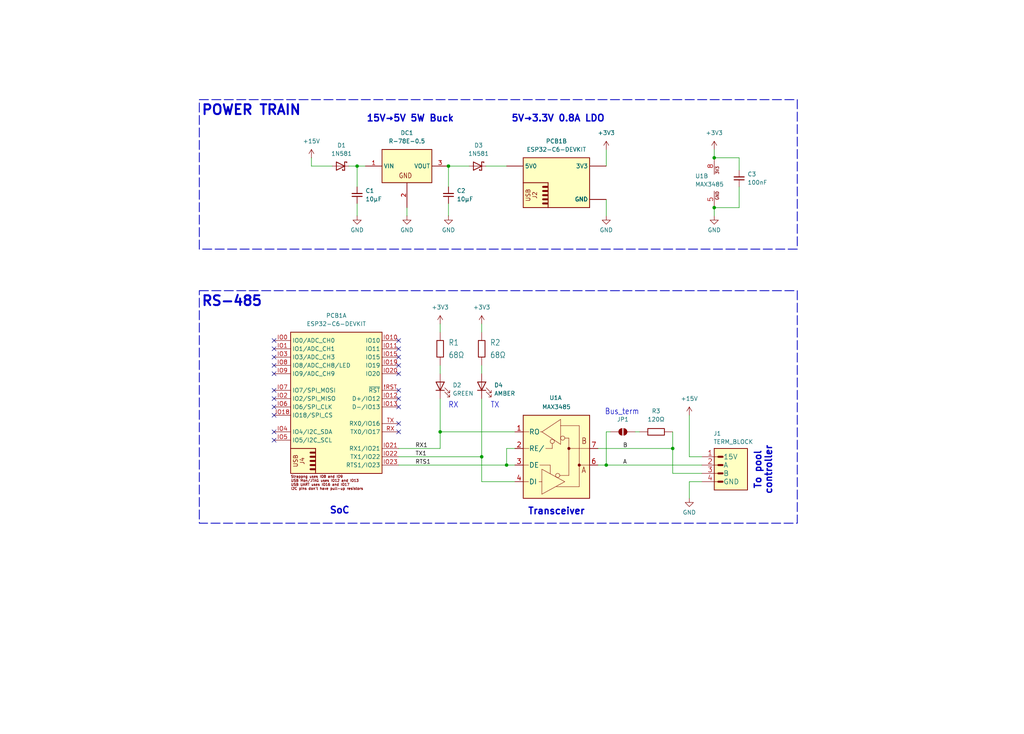
<source format=kicad_sch>
(kicad_sch (version 20250114) (generator "eeschema") (generator_version "9.0")
  (paper "User" 313.182 224.536)
  (title_block (title "OPNpool") (date "2026-02-19") (rev "r5") (company "https://github.com/cvonk/OPNpool") (comment 2 "outside every time you want to check or change something.") (comment 3 "OPNpool keeps track of your controller, pump, and chlorinator, so you don’t have to run") (comment 4 "It takes all the classic pool controller features and brings them into your smart home."))
  (lib_symbols
    (symbol "Coert-Vonk:CAP CER 100nF 25V 0805" (pin_numbers (hide yes)) (pin_names (offset 0.254) (hide yes))
      (property "Reference" "C" (at 0 2.794 0))
      (property "Value" "100nF" (at 0 -2.794 0))
      (symbol "CAP CER 100nF 25V 0805_0_1"
        (polyline (pts (xy -0.381 -1.524) (xy -0.381 1.524)) (stroke (width 0.3048)))
        (polyline (pts (xy 0.508 1.524) (xy 0.508 -1.524)) (stroke (width 0.3302)))
      )
      (symbol "CAP CER 100nF 25V 0805_1_1"
        (pin passive line (at -2.54 0 0) (length 2.032) (name "~") (number "1"))
        (pin passive line (at 2.54 0 180) (length 2.032) (name "~") (number "2"))
      )
    )
    (symbol "Coert-Vonk:CAP CER 10µF 25V 0805" (pin_numbers (hide yes)) (pin_names (offset 0.254) (hide yes))
      (property "Reference" "C" (at 0 2.794 0))
      (property "Value" "10μF" (at 0 -2.794 0))
      (symbol "CAP CER 10µF 25V 0805_0_1"
        (polyline (pts (xy -0.381 -1.524) (xy -0.381 1.524)) (stroke (width 0.3048)))
        (polyline (pts (xy 0.508 1.524) (xy 0.508 -1.524)) (stroke (width 0.3302)))
      )
      (symbol "CAP CER 10µF 25V 0805_1_1"
        (pin passive line (at -2.54 0 0) (length 2.032) (name "~") (number "1"))
        (pin passive line (at 2.54 0 180) (length 2.032) (name "~") (number "2"))
      )
    )
    (symbol "Coert-Vonk:DIODE SCHOTTKY 30V 1A 1N581 DO41"
      (property "Reference" "D" (at 0 1.905 0))
      (property "Value" "1N581" (at 0 -3.683 0))
      (symbol "DIODE SCHOTTKY 30V 1A 1N581 DO41_0_1"
        (polyline (pts (xy 1.27 0) (xy -1.27 1.27) (xy -1.27 -1.27) (xy 1.27 0)) (stroke (width 0.254)))
      )
      (symbol "DIODE SCHOTTKY 30V 1A 1N581 DO41_1_0"
        (polyline (pts (xy 0.635 -1.016) (xy 0.635 -1.27)) (stroke (width 0.254)))
        (polyline (pts (xy 1.27 1.27) (xy 1.27 0)) (stroke (width 0.254)))
        (polyline (pts (xy 1.27 0) (xy 1.27 -1.27)) (stroke (width 0.254)))
        (polyline (pts (xy 1.27 -1.27) (xy 0.635 -1.27)) (stroke (width 0.254)))
        (polyline (pts (xy 1.905 1.27) (xy 1.27 1.27)) (stroke (width 0.254)))
        (polyline (pts (xy 1.905 1.27) (xy 1.905 1.016)) (stroke (width 0.254)))
        (pin passive line (at -2.54 0 0) (length 2.54) (name "A") (number "A"))
        (pin passive line (at 2.54 0 180) (length 2.54) (name "C") (number "C"))
      )
    )
    (symbol "Coert-Vonk:EVAL ESP32-C6-DEVKITC-1-N8"
      (property "Reference" "PCB" (at 0 3.302 0))
      (property "Value" "ESP32-C6-DEVKIT" (at 0 1.27 0))
      (symbol "EVAL ESP32-C6-DEVKITC-1-N8_1_0"
        (unit_name "I/O")
        (polyline (pts (xy 6.096 -36.83) (xy 7.366 -36.83)) (stroke (width 0.6096)))
        (polyline (pts (xy 6.096 -38.1) (xy 7.366 -38.1)) (stroke (width 0.6096)))
        (polyline (pts (xy 6.096 -39.37) (xy 7.366 -39.37)) (stroke (width 0.6096)))
        (polyline (pts (xy 6.096 -40.64) (xy 7.366 -40.64)) (stroke (width 0.6096)))
        (polyline (pts (xy 6.096 -41.91) (xy 7.366 -41.91)) (stroke (width 0.6096)))
        (polyline (pts (xy 7.62 -35.56) (xy 0 -35.56)) (stroke (width 0.254)))
        (polyline (pts (xy 7.62 -35.56) (xy 7.62 -43.18)) (stroke (width 0.254)))
        (text "Strappng uses IO8 and IO9\nUSB Mon/JTAG uses IO12 and IO13\nUSB UART uses IO16 and IO17\nI2C pins don't have pull-up resistors" (at 0 -48.26 0) (effects (font (size 0.762 0.762)) (justify left bottom)))
        (text "USB\nJ4" (at 0.762 -39.37 900) (effects (font (size 1.27 1.27)) (justify top)))
        (pin bidirectional line (at -5.08 -2.54 0) (length 5.08) (name "IO0/ADC_CH0") (number "IO0"))
        (pin bidirectional line (at -5.08 -5.08 0) (length 5.08) (name "IO1/ADC_CH1") (number "IO1"))
        (pin bidirectional line (at -5.08 -7.62 0) (length 5.08) (name "IO3/ADC_CH3") (number "IO3"))
        (pin bidirectional line (at -5.08 -10.16 0) (length 5.08) (name "IO8/ADC_CH8/LED") (number "IO8"))
        (pin bidirectional line (at -5.08 -12.7 0) (length 5.08) (name "IO9/ADC_CH9") (number "IO9"))
        (pin bidirectional line (at -5.08 -17.78 0) (length 5.08) (name "IO7/SPI_MOSI") (number "IO7"))
        (pin bidirectional line (at -5.08 -20.32 0) (length 5.08) (name "IO2/SPI_MISO") (number "IO2"))
        (pin bidirectional line (at -5.08 -22.86 0) (length 5.08) (name "IO6/SPI_CLK") (number "IO6"))
        (pin bidirectional line (at -5.08 -25.4 0) (length 5.08) (name "IO18/SPI_CS") (number "IO18"))
        (pin bidirectional line (at -5.08 -30.48 0) (length 5.08) (name "IO4/I2C_SDA") (number "IO4"))
        (pin bidirectional line (at -5.08 -33.02 0) (length 5.08) (name "IO5/I2C_SCL") (number "IO5"))
        (pin bidirectional line (at 33.02 -2.54 180) (length 5.08) (name "IO10") (number "IO10"))
        (pin bidirectional line (at 33.02 -5.08 180) (length 5.08) (name "IO11") (number "IO11"))
        (pin bidirectional line (at 33.02 -7.62 180) (length 5.08) (name "IO15") (number "IO15"))
        (pin bidirectional line (at 33.02 -10.16 180) (length 5.08) (name "IO19") (number "IO19"))
        (pin bidirectional line (at 33.02 -12.7 180) (length 5.08) (name "IO20") (number "IO20"))
        (pin unspecified line (at 33.02 -17.78 180) (length 5.08) (name "~{RST}") (number "!RST"))
        (pin unspecified line (at 33.02 -20.32 180) (length 5.08) (name "D+/IO12") (number "IO12"))
        (pin unspecified line (at 33.02 -22.86 180) (length 5.08) (name "D-/IO13") (number "IO13"))
        (pin unspecified line (at 33.02 -27.94 180) (length 5.08) (name "RX0/IO16") (number "TX"))
        (pin unspecified line (at 33.02 -30.48 180) (length 5.08) (name "TX0/IO17") (number "RX"))
        (pin bidirectional line (at 33.02 -35.56 180) (length 5.08) (name "RX1/IO21") (number "IO21"))
        (pin bidirectional line (at 33.02 -38.1 180) (length 5.08) (name "TX1/IO22") (number "IO22"))
        (pin bidirectional line (at 33.02 -40.64 180) (length 5.08) (name "RTS1/IO23") (number "IO23"))
      )
      (symbol "EVAL ESP32-C6-DEVKITC-1-N8_1_1"
        (unit_name "I/O")
        (rectangle (start 0 0) (end 27.94 -43.18) (stroke (width 0.254)) (fill (type background)))
      )
      (symbol "EVAL ESP32-C6-DEVKITC-1-N8_2_0"
        (unit_name "P")
        (polyline (pts (xy 6.096 -8.89) (xy 7.366 -8.89)) (stroke (width 0.6096)))
        (polyline (pts (xy 6.096 -10.16) (xy 7.366 -10.16)) (stroke (width 0.6096)))
        (polyline (pts (xy 6.096 -11.43) (xy 7.366 -11.43)) (stroke (width 0.6096)))
        (polyline (pts (xy 6.096 -12.7) (xy 7.366 -12.7)) (stroke (width 0.6096)))
        (polyline (pts (xy 6.096 -13.97) (xy 7.366 -13.97)) (stroke (width 0.6096)))
        (polyline (pts (xy 7.62 -7.62) (xy 0 -7.62)) (stroke (width 0.254)))
        (polyline (pts (xy 7.62 -7.62) (xy 7.62 -15.24)) (stroke (width 0.254)))
        (text "USB\nJ2" (at 0.762 -11.43 900) (effects (font (size 1.27 1.27)) (justify top)))
        (pin power_in line (at -5.08 -2.54 0) (length 5.08) (name "5V0") (number "5V0"))
        (pin power_out line (at 25.4 -2.54 180) (length 5.08) (name "3V3") (number "3V3"))
        (pin power_in line (at 25.4 -12.7 180) (length 5.08) (name "GND") (number "GND"))
        (pin power_in line (at 25.4 -12.7 180) (length 5.08) (name "GND") (number "GND@1"))
        (pin power_in line (at 25.4 -12.7 180) (length 5.08) (name "GND") (number "GND@2"))
        (pin power_in line (at 25.4 -12.7 180) (length 5.08) (name "GND") (number "GND@3"))
      )
      (symbol "EVAL ESP32-C6-DEVKITC-1-N8_2_1"
        (unit_name "P")
        (rectangle (start 0 0) (end 20.32 -15.24) (stroke (width 0.254)) (fill (type background)))
      )
    )
    (symbol "Coert-Vonk:IC MAX3485CSA+ TRANSCEIVER HALF SO08" (pin_names (offset 1.778))
      (property "Reference" "U" (at 0 3.175 0))
      (property "Value" "MAX3485" (at 0 0.635 0))
      (symbol "IC MAX3485CSA+ TRANSCEIVER HALF SO08_1_0"
        (unit_name "I/O")
        (polyline (pts (xy 0 -5.08) (xy 1.778 -5.08)) (stroke (width 0.127)))
        (polyline (pts (xy 0 -10.16) (xy 1.778 -10.16)) (stroke (width 0.127)))
        (polyline (pts (xy 0 -15.24) (xy 1.651 -15.24)) (stroke (width 0.127)))
        (polyline (pts (xy 0 -20.32) (xy 1.651 -20.32)) (stroke (width 0.127)))
        (polyline (pts (xy 4.826 -20.32) (xy 5.715 -20.32)) (stroke (width 0.127)))
        (polyline (pts (xy 5.08 -15.24) (xy 8.255 -15.24)) (stroke (width 0.127)))
        (polyline (pts (xy 5.207 -5.08) (xy 5.715 -5.08)) (stroke (width 0.127)))
        (polyline (pts (xy 5.715 -5.08) (xy 11.43 -1.27)) (stroke (width 0.127)))
        (polyline (pts (xy 5.715 -16.51) (xy 12.7 -20.32)) (stroke (width 0.127)))
        (polyline (pts (xy 5.715 -20.32) (xy 5.715 -16.51)) (stroke (width 0.127)))
        (polyline (pts (xy 5.715 -24.13) (xy 5.715 -20.32)) (stroke (width 0.127)))
        (polyline (pts (xy 6.858 -10.16) (xy 8.89 -10.16)) (stroke (width 0.127)))
        (polyline (pts (xy 8.255 -15.24) (xy 8.255 -17.907)) (stroke (width 0.127)))
        (circle (center 8.89 -8.001) (radius 0.635) (stroke (width 0.127)))
        (polyline (pts (xy 8.89 -10.16) (xy 8.89 -8.636)) (stroke (width 0.127)))
        (polyline (pts (xy 10.16 -21.844) (xy 17.145 -21.844)) (stroke (width 0.127)))
        (circle (center 10.541 -18.415) (radius 0.635) (stroke (width 0.127)))
        (polyline (pts (xy 11.176 -18.415) (xy 13.97 -18.415)) (stroke (width 0.127)))
        (polyline (pts (xy 11.43 -1.27) (xy 11.43 -3.175)) (stroke (width 0.127)))
        (polyline (pts (xy 11.43 -3.175) (xy 11.43 -8.89)) (stroke (width 0.127)))
        (polyline (pts (xy 11.43 -3.175) (xy 17.145 -3.175)) (stroke (width 0.127)))
        (polyline (pts (xy 11.43 -8.89) (xy 5.715 -5.08)) (stroke (width 0.127)))
        (circle (center 12.065 -6.985) (radius 0.635) (stroke (width 0.127)))
        (polyline (pts (xy 12.7 -20.32) (xy 5.715 -24.13)) (stroke (width 0.127)))
        (polyline (pts (xy 13.97 -6.985) (xy 12.7 -6.985)) (stroke (width 0.127)))
        (polyline (pts (xy 13.97 -10.16) (xy 13.97 -6.985)) (stroke (width 0.127)))
        (circle (center 13.97 -10.16) (radius 0.254) (stroke (width 0.4064)))
        (polyline (pts (xy 13.97 -18.415) (xy 13.97 -10.16)) (stroke (width 0.127)))
        (polyline (pts (xy 17.145 -15.24) (xy 17.145 -3.175)) (stroke (width 0.127)))
        (circle (center 17.145 -15.24) (radius 0.254) (stroke (width 0.4064)))
        (polyline (pts (xy 17.145 -21.844) (xy 17.145 -15.24)) (stroke (width 0.127)))
        (polyline (pts (xy 20.32 -10.16) (xy 13.97 -10.16)) (stroke (width 0.127)))
        (polyline (pts (xy 20.32 -15.24) (xy 17.145 -15.24)) (stroke (width 0.127)))
        (text "B" (at 17.78 -8.89 0) (effects (font (size 1.778 1.5113)) (justify left bottom)))
        (text "A" (at 17.78 -17.78 0) (effects (font (size 1.778 1.5113)) (justify left bottom)))
        (pin output line (at -2.54 -5.08 0) (length 2.54) (name "RO") (number "1"))
        (pin input line (at -2.54 -10.16 0) (length 2.54) (name "RE/") (number "2"))
        (pin input line (at -2.54 -15.24 0) (length 2.54) (name "DE") (number "3"))
        (pin input line (at -2.54 -20.32 0) (length 2.54) (name "DI") (number "4"))
        (pin passive line (at 22.86 -10.16 180) (length 2.54) (name "B") (number "7"))
        (pin passive line (at 22.86 -15.24 180) (length 2.54) (name "A") (number "6"))
      )
      (symbol "IC MAX3485CSA+ TRANSCEIVER HALF SO08_1_1"
        (unit_name "I/O")
        (rectangle (start 0 0) (end 20.32 -25.4) (stroke (width 0.254)) (fill (type background)))
      )
      (symbol "IC MAX3485CSA+ TRANSCEIVER HALF SO08_2_0"
        (unit_name "P")
        (text "3V3" (at 6.604 5.08 900) (effects (font (size 1.016 0.8636)) (justify left bottom)))
        (text "GND" (at 6.604 0 900) (effects (font (size 1.016 0.8636)) (justify right bottom)))
        (pin passive line (at 5.08 10.16 270) (length 5.08) (name "VCC") (number "8"))
        (pin power_in line (at 5.08 -5.08 90) (length 5.08) (name "GND") (number "5"))
      )
    )
    (symbol "Coert-Vonk:LED AMBER CLEAR 1206" (pin_numbers (hide yes)) (pin_names (offset 1.016) (hide yes))
      (property "Reference" "D" (at 0 2.54 0))
      (property "Value" "AMBER" (at -0.635 -2.54 0))
      (symbol "LED AMBER CLEAR 1206_0_1"
        (polyline (pts (xy -1.778 -1.397) (xy -3.302 -2.921) (xy -2.54 -2.921) (xy -3.302 -2.921) (xy -3.302 -2.159)))
        (polyline (pts (xy -1.27 0) (xy 1.27 0)))
        (polyline (pts (xy -1.27 -1.27) (xy -1.27 1.27)) (stroke (width 0.254)))
        (polyline (pts (xy -0.508 -1.397) (xy -2.032 -2.921) (xy -1.27 -2.921) (xy -2.032 -2.921) (xy -2.032 -2.159)))
        (polyline (pts (xy 1.27 -1.27) (xy 1.27 1.27) (xy -1.27 0) (xy 1.27 -1.27)) (stroke (width 0.254)))
      )
      (symbol "LED AMBER CLEAR 1206_1_1"
        (pin passive line (at -3.81 0 0) (length 2.54) (name "K") (number "1"))
        (pin passive line (at 3.81 0 180) (length 2.54) (name "A") (number "2"))
      )
    )
    (symbol "Coert-Vonk:LED GREEN CLEAR 1206" (pin_numbers (hide yes)) (pin_names (offset 1.016) (hide yes))
      (property "Reference" "D" (at 0 2.54 0))
      (property "Value" "GREEN" (at -0.635 -2.54 0))
      (symbol "LED GREEN CLEAR 1206_0_1"
        (polyline (pts (xy -1.778 -1.397) (xy -3.302 -2.921) (xy -2.54 -2.921) (xy -3.302 -2.921) (xy -3.302 -2.159)))
        (polyline (pts (xy -1.27 0) (xy 1.27 0)))
        (polyline (pts (xy -1.27 -1.27) (xy -1.27 1.27)) (stroke (width 0.254)))
        (polyline (pts (xy -0.508 -1.397) (xy -2.032 -2.921) (xy -1.27 -2.921) (xy -2.032 -2.921) (xy -2.032 -2.159)))
        (polyline (pts (xy 1.27 -1.27) (xy 1.27 1.27) (xy -1.27 0) (xy 1.27 -1.27)) (stroke (width 0.254)))
      )
      (symbol "LED GREEN CLEAR 1206_1_1"
        (pin passive line (at -3.81 0 0) (length 2.54) (name "K") (number "1"))
        (pin passive line (at 3.81 0 180) (length 2.54) (name "A") (number "2"))
      )
    )
    (symbol "Coert-Vonk:REG 5V 3W BUCK R-78E-0.5"
      (property "Reference" "DC" (at 0 2.794 0))
      (property "Value" "R-78E-0.5" (at 0 0.762 0))
      (symbol "REG 5V 3W BUCK R-78E-0.5_0_1"
        (rectangle (start 0 0) (end 15.24 -10.16) (stroke (width 0.254)) (fill (type background)))
      )
      (symbol "REG 5V 3W BUCK R-78E-0.5_1_0"
        (text "GND" (at 5.08 -8.89 0) (effects (font (size 1.524 1.2954)) (justify left bottom)))
        (pin power_in line (at -5.08 -5.08 0) (length 5.08) (name "VIN") (number "1"))
        (pin power_in line (at 7.62 -17.78 90) (length 7.62) (name "GND") (number "2"))
        (pin power_out line (at 20.32 -5.08 180) (length 5.08) (name "VOUT") (number "3"))
      )
    )
    (symbol "Coert-Vonk:RES 120Ω ±5% 1/4W 0805" (pin_numbers (hide yes)) (pin_names (hide yes))
      (property "Reference" "R" (at 0 1.524 0))
      (property "Value" "120Ω" (at 0 -3.556 0))
      (symbol "RES 120Ω ±5% 1/4W 0805_0_1"
        (rectangle (start -2.54 1.016) (end 2.54 -1.016) (stroke (width 0.254)))
      )
      (symbol "RES 120Ω ±5% 1/4W 0805_1_0"
        (pin passive line (at -5.08 0 0) (length 2.54) (name "1") (number "1"))
        (pin passive line (at 5.08 0 180) (length 2.54) (name "2") (number "2"))
      )
    )
    (symbol "Coert-Vonk:RES 68Ω ±1% 1/8W 0805" (pin_numbers (hide yes)) (pin_names (hide yes))
      (property "Reference" "R" (at 0 1.524 0))
      (property "Value" "68Ω" (at 0 -3.556 0))
      (symbol "RES 68Ω ±1% 1/8W 0805_0_1"
        (rectangle (start -2.54 1.016) (end 2.54 -1.016) (stroke (width 0.254)))
      )
      (symbol "RES 68Ω ±1% 1/8W 0805_1_0"
        (pin passive line (at -5.08 0 0) (length 2.54) (name "1") (number "1"))
        (pin passive line (at 5.08 0 180) (length 2.54) (name "2") (number "2"))
      )
    )
    (symbol "Coert-Vonk:SolderJumper_2_Open" (pin_numbers (hide yes)) (pin_names (offset 0) (hide yes)) (in_bom no)
      (property "Reference" "JP" (at 0 2.032 0))
      (symbol "SolderJumper_2_Open_0_1"
        (polyline (pts (xy -0.254 1.016) (xy -0.254 -1.016)))
        (arc (start -0.254 -1.016) (mid -1.2656 0) (end -0.254 1.016))
        (arc (start -0.254 -1.016) (mid -1.2656 0) (end -0.254 1.016) (fill (type outline)))
        (arc (start 0.254 1.016) (mid 1.2656 0) (end 0.254 -1.016))
        (arc (start 0.254 1.016) (mid 1.2656 0) (end 0.254 -1.016) (fill (type outline)))
        (polyline (pts (xy 0.254 1.016) (xy 0.254 -1.016)))
      )
      (symbol "SolderJumper_2_Open_1_1"
        (pin passive line (at -3.81 0 0) (length 2.54) (name "A") (number "1"))
        (pin passive line (at 3.81 0 180) (length 2.54) (name "B") (number "2"))
      )
    )
    (symbol "Coert-Vonk:TERM BLOCK 4POS 45° 5mm PCB" (pin_names (offset 1.524))
      (property "Reference" "J" (at 0 2.54 0))
      (property "Value" "TERM_BLOCK" (at 0 0.635 0))
      (symbol "TERM BLOCK 4POS 45° 5mm PCB_1_0"
        (polyline (pts (xy 1.27 -2.54) (xy 2.54 -2.54)) (stroke (width 0.6096)))
        (polyline (pts (xy 1.27 -5.08) (xy 2.54 -5.08)) (stroke (width 0.6096)))
        (polyline (pts (xy 2.54 -7.62) (xy 1.27 -7.62)) (stroke (width 0.6096)))
        (polyline (pts (xy 2.54 -10.16) (xy 1.27 -10.16)) (stroke (width 0.6096)))
        (pin power_out line (at -3.81 -2.54 0) (length 5.08) (name "15V") (number "1"))
        (pin passive line (at -3.81 -5.08 0) (length 5.08) (name "A") (number "2"))
        (pin passive line (at -3.81 -7.62 0) (length 5.08) (name "B") (number "3"))
        (pin power_out line (at -3.81 -10.16 0) (length 5.08) (name "GND") (number "4"))
      )
      (symbol "TERM BLOCK 4POS 45° 5mm PCB_1_1"
        (rectangle (start 0 0) (end 10.16 -12.7) (stroke (width 0.254)) (fill (type background)))
      )
    )
    (symbol "EVAL ESP32-C6-DEVKITC-1-N8_1"
      (property "Reference" "PCB" (at 0 3.302 0))
      (property "Value" "ESP32-C6-DEVKIT" (at 0 1.27 0))
      (symbol "EVAL ESP32-C6-DEVKITC-1-N8_1_1_0"
        (unit_name "I/O")
        (polyline (pts (xy 6.096 -36.83) (xy 7.366 -36.83)) (stroke (width 0.6096)))
        (polyline (pts (xy 6.096 -38.1) (xy 7.366 -38.1)) (stroke (width 0.6096)))
        (polyline (pts (xy 6.096 -39.37) (xy 7.366 -39.37)) (stroke (width 0.6096)))
        (polyline (pts (xy 6.096 -40.64) (xy 7.366 -40.64)) (stroke (width 0.6096)))
        (polyline (pts (xy 6.096 -41.91) (xy 7.366 -41.91)) (stroke (width 0.6096)))
        (polyline (pts (xy 7.62 -35.56) (xy 0 -35.56)) (stroke (width 0.254)))
        (polyline (pts (xy 7.62 -35.56) (xy 7.62 -43.18)) (stroke (width 0.254)))
        (text "Strappng uses IO8 and IO9\nUSB Mon/JTAG uses IO12 and IO13\nUSB UART uses IO16 and IO17\nI2C pins don't have pull-up resistors" (at 0 -48.26 0) (effects (font (size 0.762 0.762)) (justify left bottom)))
        (text "USB\nJ4" (at 0.762 -39.37 900) (effects (font (size 1.27 1.27)) (justify top)))
        (pin bidirectional line (at -5.08 -2.54 0) (length 5.08) (name "IO0/ADC_CH0") (number "IO0"))
        (pin bidirectional line (at -5.08 -5.08 0) (length 5.08) (name "IO1/ADC_CH1") (number "IO1"))
        (pin bidirectional line (at -5.08 -7.62 0) (length 5.08) (name "IO3/ADC_CH3") (number "IO3"))
        (pin bidirectional line (at -5.08 -10.16 0) (length 5.08) (name "IO8/ADC_CH8/LED") (number "IO8"))
        (pin bidirectional line (at -5.08 -12.7 0) (length 5.08) (name "IO9/ADC_CH9") (number "IO9"))
        (pin bidirectional line (at -5.08 -17.78 0) (length 5.08) (name "IO7/SPI_MOSI") (number "IO7"))
        (pin bidirectional line (at -5.08 -20.32 0) (length 5.08) (name "IO2/SPI_MISO") (number "IO2"))
        (pin bidirectional line (at -5.08 -22.86 0) (length 5.08) (name "IO6/SPI_CLK") (number "IO6"))
        (pin bidirectional line (at -5.08 -25.4 0) (length 5.08) (name "IO18/SPI_CS") (number "IO18"))
        (pin bidirectional line (at -5.08 -30.48 0) (length 5.08) (name "IO4/I2C_SDA") (number "IO4"))
        (pin bidirectional line (at -5.08 -33.02 0) (length 5.08) (name "IO5/I2C_SCL") (number "IO5"))
        (pin bidirectional line (at 33.02 -2.54 180) (length 5.08) (name "IO10") (number "IO10"))
        (pin bidirectional line (at 33.02 -5.08 180) (length 5.08) (name "IO11") (number "IO11"))
        (pin bidirectional line (at 33.02 -7.62 180) (length 5.08) (name "IO15") (number "IO15"))
        (pin bidirectional line (at 33.02 -10.16 180) (length 5.08) (name "IO19") (number "IO19"))
        (pin bidirectional line (at 33.02 -12.7 180) (length 5.08) (name "IO20") (number "IO20"))
        (pin unspecified line (at 33.02 -17.78 180) (length 5.08) (name "~{RST}") (number "!RST"))
        (pin unspecified line (at 33.02 -20.32 180) (length 5.08) (name "D+/IO12") (number "IO12"))
        (pin unspecified line (at 33.02 -22.86 180) (length 5.08) (name "D-/IO13") (number "IO13"))
        (pin unspecified line (at 33.02 -27.94 180) (length 5.08) (name "RX0/IO16") (number "TX"))
        (pin unspecified line (at 33.02 -30.48 180) (length 5.08) (name "TX0/IO17") (number "RX"))
        (pin bidirectional line (at 33.02 -35.56 180) (length 5.08) (name "RX1/IO21") (number "IO21"))
        (pin bidirectional line (at 33.02 -38.1 180) (length 5.08) (name "TX1/IO22") (number "IO22"))
        (pin bidirectional line (at 33.02 -40.64 180) (length 5.08) (name "RTS1/IO23") (number "IO23"))
      )
      (symbol "EVAL ESP32-C6-DEVKITC-1-N8_1_1_1"
        (unit_name "I/O")
        (rectangle (start 0 0) (end 27.94 -43.18) (stroke (width 0.254)) (fill (type background)))
      )
      (symbol "EVAL ESP32-C6-DEVKITC-1-N8_1_2_0"
        (unit_name "P")
        (polyline (pts (xy 6.096 -8.89) (xy 7.366 -8.89)) (stroke (width 0.6096)))
        (polyline (pts (xy 6.096 -10.16) (xy 7.366 -10.16)) (stroke (width 0.6096)))
        (polyline (pts (xy 6.096 -11.43) (xy 7.366 -11.43)) (stroke (width 0.6096)))
        (polyline (pts (xy 6.096 -12.7) (xy 7.366 -12.7)) (stroke (width 0.6096)))
        (polyline (pts (xy 6.096 -13.97) (xy 7.366 -13.97)) (stroke (width 0.6096)))
        (polyline (pts (xy 7.62 -7.62) (xy 0 -7.62)) (stroke (width 0.254)))
        (polyline (pts (xy 7.62 -7.62) (xy 7.62 -15.24)) (stroke (width 0.254)))
        (text "USB\nJ2" (at 0.762 -11.43 900) (effects (font (size 1.27 1.27)) (justify top)))
        (pin power_in line (at -5.08 -2.54 0) (length 5.08) (name "5V0") (number "5V0"))
        (pin power_out line (at 25.4 -2.54 180) (length 5.08) (name "3V3") (number "3V3"))
        (pin power_in line (at 25.4 -12.7 180) (length 5.08) (name "GND") (number "GND"))
        (pin power_in line (at 25.4 -12.7 180) (length 5.08) (name "GND") (number "GND@1"))
        (pin power_in line (at 25.4 -12.7 180) (length 5.08) (name "GND") (number "GND@2"))
        (pin power_in line (at 25.4 -12.7 180) (length 5.08) (name "GND") (number "GND@3"))
      )
      (symbol "EVAL ESP32-C6-DEVKITC-1-N8_1_2_1"
        (unit_name "P")
        (rectangle (start 0 0) (end 20.32 -15.24) (stroke (width 0.254)) (fill (type background)))
      )
    )
    (symbol "power:+15V" (power) (pin_numbers (hide yes)) (pin_names (offset 0) (hide yes))
      (property "Value" "+15V" (at 0 3.556 0))
      (symbol "+15V_0_1"
        (polyline (pts (xy -0.762 1.27) (xy 0 2.54)))
        (polyline (pts (xy 0 2.54) (xy 0.762 1.27)))
        (polyline (pts (xy 0 0) (xy 0 2.54)))
      )
      (symbol "+15V_1_1"
        (pin power_in line (at 0 0 90) (length 0) (name "~") (number "1"))
      )
    )
    (symbol "power:+3V3" (power) (pin_numbers (hide yes)) (pin_names (offset 0) (hide yes))
      (property "Value" "+3V3" (at 0 3.556 0))
      (symbol "+3V3_0_1"
        (polyline (pts (xy -0.762 1.27) (xy 0 2.54)))
        (polyline (pts (xy 0 2.54) (xy 0.762 1.27)))
        (polyline (pts (xy 0 0) (xy 0 2.54)))
      )
      (symbol "+3V3_1_1"
        (pin power_in line (at 0 0 90) (length 0) (name "~") (number "1"))
      )
    )
    (symbol "power:GND" (power) (pin_numbers (hide yes)) (pin_names (offset 0) (hide yes))
      (property "Value" "GND" (at 0 -3.81 0))
      (symbol "GND_0_1"
        (polyline (pts (xy 0 0) (xy 0 -1.27) (xy 1.27 -1.27) (xy 0 -2.54) (xy -1.27 -1.27) (xy 0 -1.27)))
      )
      (symbol "GND_1_1"
        (pin power_in line (at 0 0 270) (length 0) (name "~") (number "1"))
      )
    )
  )
  (rectangle (start 60.96 88.9) (end 243.84 160.02) (stroke (width 0.254) (type dash)))
  (rectangle (start 60.96 30.48) (end 243.84 76.2) (stroke (width 0.254) (type dash)))
  (text "To pool\ncontroller" (at 233.426 143.764 90) (effects (font (size 2.032 2.032) (bold yes))))
  (text "RS-485" (at 61.468 92.202 0) (effects (font (size 3 3) (bold yes)) (justify left)))
  (text "POWER TRAIN" (at 61.468 33.782 0) (effects (font (size 3 3) (bold yes)) (justify left)))
  (text "Transceiver" (at 170.18 156.464 0) (effects (font (size 2.032 2.032) (bold yes))))
  (text "RX" (at 138.684 122.936 0) (effects (font (size 1.778 1.5113)) (justify top)))
  (text "Bus_term" (at 190.246 124.968 0) (effects (font (size 1.778 1.5113)) (justify top)))
  (text "TX" (at 151.384 122.936 0) (effects (font (size 1.778 1.5113)) (justify top)))
  (text "5V→3.3V 0.8A LDO" (at 170.688 36.322 0) (effects (font (size 2.032 2.032) (bold yes))))
  (text "SoC" (at 103.886 156.21 0) (effects (font (size 2.032 2.032) (bold yes))))
  (text "15V→5V 5W Buck" (at 125.476 36.322 0) (effects (font (size 2.032 2.032) (bold yes))))
  (junction (at 137.16 50.8))
  (junction (at 134.62 132.08))
  (junction (at 109.22 50.8))
  (junction (at 185.42 142.24))
  (junction (at 147.32 139.7))
  (junction (at 218.44 48.26))
  (junction (at 205.74 137.16))
  (junction (at 154.94 142.24))
  (junction (at 218.44 63.5))
  (no_connect (at 121.92 111.76))
  (no_connect (at 121.92 106.68))
  (no_connect (at 83.82 106.68))
  (no_connect (at 121.92 132.08))
  (no_connect (at 83.82 109.22))
  (no_connect (at 121.92 129.54))
  (no_connect (at 121.92 119.38))
  (no_connect (at 83.82 124.46))
  (no_connect (at 83.82 111.76))
  (no_connect (at 83.82 134.62))
  (no_connect (at 121.92 104.14))
  (no_connect (at 121.92 114.3))
  (no_connect (at 121.92 124.46))
  (no_connect (at 83.82 114.3))
  (no_connect (at 83.82 127))
  (no_connect (at 83.82 104.14))
  (no_connect (at 83.82 119.38))
  (no_connect (at 121.92 109.22))
  (no_connect (at 83.82 132.08))
  (no_connect (at 83.82 121.92))
  (no_connect (at 121.92 121.92))
  (wire (pts (xy 134.62 132.08) (xy 134.62 137.16)) (stroke (width 0.1524)))
  (wire (pts (xy 147.32 99.06) (xy 147.32 101.6)) (stroke (width 0.1524)))
  (wire (pts (xy 121.92 139.7) (xy 147.32 139.7)) (stroke (width 0.1524)))
  (wire (pts (xy 148.59 50.8) (xy 154.94 50.8)))
  (wire (pts (xy 185.42 132.08) (xy 186.69 132.08)) (stroke (width 0.1524)))
  (wire (pts (xy 226.06 48.26) (xy 218.44 48.26)) (stroke (width 0.1524)))
  (wire (pts (xy 205.74 132.08) (xy 205.74 137.16)) (stroke (width 0.1524)))
  (wire (pts (xy 226.06 57.15) (xy 226.06 63.5)) (stroke (width 0.1524)))
  (wire (pts (xy 109.22 62.23) (xy 109.22 66.04)) (stroke (width 0.1524)))
  (wire (pts (xy 101.6 50.8) (xy 95.25 50.8)) (stroke (width 0.1524)))
  (wire (pts (xy 185.42 142.24) (xy 214.63 142.24)) (stroke (width 0.1524)))
  (wire (pts (xy 137.16 50.8) (xy 137.16 57.15)) (stroke (width 0.1524)))
  (wire (pts (xy 109.22 50.8) (xy 109.22 57.15)) (stroke (width 0.1524)))
  (wire (pts (xy 137.16 62.23) (xy 137.16 66.04)) (stroke (width 0.1524)))
  (wire (pts (xy 147.32 139.7) (xy 147.32 147.32)) (stroke (width 0.1524)))
  (wire (pts (xy 226.06 63.5) (xy 218.44 63.5)) (stroke (width 0.1524)))
  (wire (pts (xy 121.92 142.24) (xy 154.94 142.24)) (stroke (width 0.1524)))
  (wire (pts (xy 121.92 137.16) (xy 134.62 137.16)) (stroke (width 0.1524)))
  (wire (pts (xy 157.48 147.32) (xy 147.32 147.32)) (stroke (width 0.1524)))
  (wire (pts (xy 137.16 50.8) (xy 143.51 50.8)))
  (wire (pts (xy 134.62 99.06) (xy 134.62 101.6)) (stroke (width 0.1524)))
  (wire (pts (xy 210.82 147.32) (xy 214.63 147.32)) (stroke (width 0.1524)))
  (wire (pts (xy 218.44 66.04) (xy 218.44 63.5)) (stroke (width 0.1524)))
  (wire (pts (xy 185.42 45.72) (xy 185.42 50.8)) (stroke (width 0.1524)))
  (wire (pts (xy 226.06 48.26) (xy 226.06 52.07)) (stroke (width 0.1524)))
  (wire (pts (xy 147.32 111.76) (xy 147.32 114.3)) (stroke (width 0.1524)))
  (wire (pts (xy 134.62 111.76) (xy 134.62 114.3)) (stroke (width 0.1524)))
  (wire (pts (xy 218.44 45.72) (xy 218.44 48.26)) (stroke (width 0.1524)))
  (wire (pts (xy 106.68 50.8) (xy 109.22 50.8)) (stroke (width 0.1524)))
  (wire (pts (xy 185.42 132.08) (xy 185.42 142.24)) (stroke (width 0.1524)))
  (wire (pts (xy 124.46 66.04) (xy 124.46 63.5)) (stroke (width 0.1524)))
  (wire (pts (xy 194.31 132.08) (xy 195.58 132.08)))
  (wire (pts (xy 157.48 132.08) (xy 134.62 132.08)) (stroke (width 0.1524)))
  (wire (pts (xy 154.94 142.24) (xy 154.94 137.16)) (stroke (width 0.1524)))
  (wire (pts (xy 210.82 152.4) (xy 210.82 147.32)) (stroke (width 0.1524)))
  (wire (pts (xy 134.62 121.92) (xy 134.62 132.08)) (stroke (width 0.1524)))
  (wire (pts (xy 182.88 142.24) (xy 185.42 142.24)) (stroke (width 0.1524)))
  (wire (pts (xy 182.88 137.16) (xy 205.74 137.16)) (stroke (width 0.1524)))
  (wire (pts (xy 147.32 121.92) (xy 147.32 139.7)) (stroke (width 0.1524)))
  (wire (pts (xy 95.25 48.26) (xy 95.25 50.8)))
  (wire (pts (xy 185.42 60.96) (xy 185.42 66.04)) (stroke (width 0.1524)))
  (wire (pts (xy 157.48 142.24) (xy 154.94 142.24)) (stroke (width 0.1524)))
  (wire (pts (xy 205.74 144.78) (xy 214.63 144.78)) (stroke (width 0.1524)))
  (wire (pts (xy 205.74 137.16) (xy 205.74 144.78)) (stroke (width 0.1524)))
  (wire (pts (xy 210.82 139.7) (xy 214.63 139.7)) (stroke (width 0.1524)))
  (wire (pts (xy 154.94 137.16) (xy 157.48 137.16)) (stroke (width 0.1524)))
  (wire (pts (xy 109.22 50.8) (xy 111.76 50.8)) (stroke (width 0.1524)))
  (wire (pts (xy 210.82 127) (xy 210.82 139.7)) (stroke (width 0.1524)))
  (label "TX1" (at 127 139.7 0) (effects (font (size 1.2446 1.2446))))
  (label "A" (at 190.5 142.24 0) (effects (font (size 1.2446 1.2446))))
  (label "RTS1" (at 127 142.24 0) (effects (font (size 1.2446 1.2446))))
  (label "B" (at 190.5 137.16 0) (effects (font (size 1.2446 1.2446))))
  (label "RX1" (at 127 137.16 0) (effects (font (size 1.2446 1.2446))))
  (symbol (lib_id "power:+3V3") (at 185.42 45.72 0) (unit 1)
    (property "Reference" "#PWR07" (effects (hide yes)))
    (property "Value" "+3V3" (at 185.42 40.64 0))
    (property "Description" "Power symbol creates a global label with name \"+3V3\"" (effects (hide yes)))
  )
  (symbol (lib_name "EVAL ESP32-C6-DEVKITC-1-N8_1") (lib_id "Coert-Vonk:EVAL ESP32-C6-DEVKITC-1-N8") (at 88.9 101.6 0) (unit 1)
    (property "Reference" "PCB1" (at 102.87 96.52 0))
    (property "Value" "ESP32-C6-DEVKIT" (at 102.87 99.06 0))
    (property "Footprint" "Coert-Vonk:EVAL ESP32-C6-DEVKITC" (effects (hide yes)))
    (property "Datasheet" "https://mm.digikey.com/Volume0/opasdata/d220001/medias/docus/5528/ESP32-C6-DEVKITC-1-N8.pdf" (effects (hide yes)))
    (property "Description" "The ESP32-C6-DEVKITC-1-N8 from Espressif Systems is a development board designed for RF, RFID, and wireless applications. Built around the ESP32-C6-WROOM-1 module, it supports multiple connectivity options including 802.11 b/g/n/ax Wi-Fi, Bluetooth® (BLE), and 802.15.4 for Thread and Zigbee® protocols. The board is powered by the ESP32-C6 chip with 8MB SPI flash, offering advanced processing power and efficient memory management. It features GPIO ports for extensive interfacing, along with a USB Type-C™ to UART port for power and communication. The board also includes a USB-to-UART bridge, pin header, and boot/reset buttons, operating at 3.3V with a 5V to 3.3V power regulator. This development board is ideal for exploring a wide range of wireless applications, including IoT, smart home devices, and RF communication projects." (effects (hide yes)))
    (property "DKPN" "ESP32-C6-DEVKITC-1-N8" (effects (hide yes)))
  )
  (symbol (lib_id "Coert-Vonk:CAP CER 10µF 25V 0805") (at 109.22 59.69 90) (unit 1)
    (property "Reference" "C1" (at 111.76 58.35 90) (effects (justify right)))
    (property "Value" "10μF" (at 111.76 60.89 90) (effects (justify right)))
    (property "Footprint" "Coert-Vonk:CAP CER 10µF 25V 0805" (effects (hide yes)))
    (property "Datasheet" "https://weblib.samsungsem.com/mlcc/mlcc-ec-data-sheet.do?partNumber=CL05Y105KP6VPN" (effects (hide yes)))
    (property "Description" "Capacitor Ceramic 10 µF ±10% 25V X5R 0805" (effects (hide yes)))
    (property "DKPN" "1276-6454-1-ND" (effects (hide yes)))
  )
  (symbol (lib_id "Coert-Vonk:TERM BLOCK 4POS 45° 5mm PCB") (at 218.44 137.16 0) (unit 1)
    (property "Reference" "J1" (at 218.186 132.588 0) (effects (justify left)))
    (property "Value" "TERM_BLOCK" (at 218.186 135.128 0) (effects (justify left)))
    (property "Footprint" "Coert-Vonk:TERM BLOCK 4POS 45° 5mm PCB - CONN_1862437" (effects (hide yes)))
    (property "Datasheet" "https://www.phoenixcontact.com/us/products/1862437/pdf" (effects (hide yes)))
    (property "Description" "4 Position Wire to Board Terminal Block 45° (135°) Angle with Board 0.197\" (5.00mm) Through Hole" (effects (hide yes)))
    (property "DKPN" "277-12171-ND" (effects (hide yes)))
  )
  (symbol (lib_id "power:+15V") (at 210.82 127 0) (unit 1)
    (property "Reference" "#PWR09" (effects (hide yes)))
    (property "Value" "+15V" (at 210.82 121.92 0))
    (property "Description" "Power symbol creates a global label with name \"+15V\"" (effects (hide yes)))
  )
  (symbol (lib_id "Coert-Vonk:CAP CER 100nF 25V 0805") (at 226.06 54.61 90) (unit 1)
    (property "Reference" "C3" (at 228.6 53.27 90) (effects (justify right)))
    (property "Value" "100nF" (at 228.6 55.81 90) (effects (justify right)))
    (property "Footprint" "Coert-Vonk:CAP CER 100nF 25V 0805" (effects (hide yes)))
    (property "Datasheet" "https://mm.digikey.com/Volume0/opasdata/d220001/medias/docus/1284/CL21B104KACNNNC_Spec.pdf" (effects (hide yes)))
    (property "Description" "Capacitor Ceramic 0.1 µF ±10% 25V X7R 0805" (effects (hide yes)))
    (property "DKPN" "1276-1099-1-ND" (effects (hide yes)))
  )
  (symbol (lib_id "power:GND") (at 210.82 152.4 0) (unit 1)
    (property "Reference" "#PWR010" (effects (hide yes)))
    (property "Value" "GND" (at 210.82 156.718 0))
    (property "Description" "Power symbol creates a global label with name \"GND\" , ground" (effects (hide yes)))
  )
  (symbol (lib_id "power:+3V3") (at 134.62 99.06 0) (unit 1)
    (property "Reference" "#PWR04" (effects (hide yes)))
    (property "Value" "+3V3" (at 134.62 93.98 0))
    (property "Description" "Power symbol creates a global label with name \"+3V3\"" (effects (hide yes)))
  )
  (symbol (lib_id "power:+15V") (at 95.25 48.26 0) (unit 1)
    (property "Reference" "#PWR01" (effects (hide yes)))
    (property "Value" "+15V" (at 95.25 43.18 0))
    (property "Description" "Power symbol creates a global label with name \"+15V\"" (effects (hide yes)))
  )
  (symbol (lib_id "Coert-Vonk:LED GREEN CLEAR 1206") (at 134.62 118.11 90) (unit 1)
    (property "Reference" "D2" (at 138.43 117.7924 90) (effects (justify right)))
    (property "Value" "GREEN" (at 138.43 120.3324 90) (effects (justify right)))
    (property "Footprint" "Coert-Vonk:LED-1206" (effects (hide yes)))
    (property "Datasheet" "https://optoelectronics.liteon.com/upload/download/DS22-2000-072/LTST-C150KGKT.pdf" (effects (hide yes)))
    (property "Description" "Green 571nm LED Indication - Discrete 2V 1206 (3216 Metric)" (effects (hide yes)))
    (property "Sim.Pins" "1=K 2=A" (effects (hide yes)))
    (property "DKPN" "160-1404-1-ND" (effects (hide yes)))
  )
  (symbol (lib_id "Coert-Vonk:RES 120Ω ±5% 1/4W 0805") (at 200.66 132.08 0) (unit 1)
    (property "Reference" "R3" (at 200.66 125.73 0))
    (property "Value" "120Ω" (at 200.66 128.27 0))
    (property "Footprint" "Coert-Vonk:RES 120Ω 0805" (effects (hide yes)))
    (property "Datasheet" "https://www.koaspeer.com/pdfs/RK73B.pdf" (effects (hide yes)))
    (property "Description" "120 Ohms ±5% 0.25W, 1/4W Chip Resistor 0805 (2012 Metric) Automotive AEC-Q200 Thick Film" (effects (hide yes)))
    (property "DKPN" "2019-RK73B2ATTD121JCT-ND" (effects (hide yes)))
  )
  (symbol (lib_id "Coert-Vonk:CAP CER 10µF 25V 0805") (at 137.16 59.69 90) (unit 1)
    (property "Reference" "C2" (at 139.7 58.35 90) (effects (justify right)))
    (property "Value" "10μF" (at 139.7 60.89 90) (effects (justify right)))
    (property "Footprint" "Coert-Vonk:CAP CER 10µF 25V 0805" (effects (hide yes)))
    (property "Datasheet" "https://weblib.samsungsem.com/mlcc/mlcc-ec-data-sheet.do?partNumber=CL05Y105KP6VPN" (effects (hide yes)))
    (property "Description" "Capacitor Ceramic 10 µF ±10% 25V X5R 0805" (effects (hide yes)))
    (property "DKPN" "1276-6454-1-ND" (effects (hide yes)))
  )
  (symbol (lib_id "Coert-Vonk:SolderJumper_2_Open") (at 190.5 132.08 0) (unit 1) (in_bom no)
    (property "Reference" "JP1" (at 190.5 128.27 0))
    (property "Value" "SolderJumper_2_Open" (effects (hide yes)))
    (property "Description" "Solder Jumper, 2-pole, open" (effects (hide yes)))
  )
  (symbol (lib_id "power:+3V3") (at 218.44 45.72 0) (unit 1)
    (property "Reference" "#PWR011" (effects (hide yes)))
    (property "Value" "+3V3" (at 218.44 40.64 0))
    (property "Description" "Power symbol creates a global label with name \"+3V3\"" (effects (hide yes)))
  )
  (symbol (lib_id "power:+3V3") (at 147.32 99.06 0) (unit 1)
    (property "Reference" "#PWR06" (effects (hide yes)))
    (property "Value" "+3V3" (at 147.32 93.98 0))
    (property "Description" "Power symbol creates a global label with name \"+3V3\"" (effects (hide yes)))
  )
  (symbol (lib_id "power:GND") (at 109.22 66.04 0) (unit 1)
    (property "Reference" "#PWR02" (effects (hide yes)))
    (property "Value" "GND" (at 109.22 70.358 0))
    (property "Description" "Power symbol creates a global label with name \"GND\" , ground" (effects (hide yes)))
  )
  (symbol (lib_id "Coert-Vonk:REG 5V 3W BUCK R-78E-0.5") (at 116.84 45.72 0) (unit 1)
    (property "Reference" "DC1" (at 124.46 40.64 0))
    (property "Value" "R-78E-0.5" (at 124.46 43.18 0))
    (property "Footprint" "Coert-Vonk:SIP3" (effects (hide yes)))
    (property "Datasheet" "https://recom-power.com/pdf/Innoline/R-78E-0.5.pdf" (effects (hide yes)))
    (property "Description" "Linear Regulator Replacement DC DC Converter 1 Output 5V 500mA 7V - 28V Input" (effects (hide yes)))
    (property "DKPN" "945-1648-5-ND" (effects (hide yes)))
  )
  (symbol (lib_id "Coert-Vonk:DIODE SCHOTTKY 30V 1A 1N581 DO41") (at 146.05 50.8 0) (unit 1)
    (property "Reference" "D3" (at 146.3675 44.45 0))
    (property "Value" "1N581" (at 146.3675 46.99 0))
    (property "Footprint" "Coert-Vonk:DO41-DIO" (effects (hide yes)))
    (property "Datasheet" "https://www.diodes.com/assets/Datasheets/1N5817-1N5819.pdf" (effects (hide yes)))
    (property "Description" "Diode 30 V 1A Through Hole DO-41" (effects (hide yes)))
    (property "DKPN" "1N5818DICT-ND" (effects (hide yes)))
  )
  (symbol (lib_id "power:GND") (at 137.16 66.04 0) (unit 1)
    (property "Reference" "#PWR05" (effects (hide yes)))
    (property "Value" "GND" (at 137.16 70.358 0))
    (property "Description" "Power symbol creates a global label with name \"GND\" , ground" (effects (hide yes)))
  )
  (symbol (lib_id "power:GND") (at 218.44 66.04 0) (unit 1)
    (property "Reference" "#PWR012" (effects (hide yes)))
    (property "Value" "GND" (at 218.44 70.358 0))
    (property "Description" "Power symbol creates a global label with name \"GND\" , ground" (effects (hide yes)))
  )
  (symbol (lib_id "Coert-Vonk:IC MAX3485CSA+ TRANSCEIVER HALF SO08") (at 160.02 127 0) (unit 1)
    (property "Reference" "U1" (at 169.926 121.666 0))
    (property "Value" "MAX3485" (at 170.18 124.46 0))
    (property "Footprint" "Coert-Vonk:SO08" (effects (hide yes)))
    (property "Datasheet" "https://www.analog.com/media/en/technical-documentation/data-sheets/max3483-max3491.pdf" (effects (hide yes)))
    (property "Description" "1/1 Transceiver Half RS422, RS485 8-SOIC" (effects (hide yes)))
    (property "DKPN" "MAX3485CSA+CT-ND" (effects (hide yes)))
  )
  (symbol (lib_id "Coert-Vonk:RES 68Ω ±1% 1/8W 0805") (at 134.62 106.68 90) (unit 1)
    (property "Reference" "R1" (at 137.16 104.775 90) (effects (font (size 1.778 1.5113)) (justify right)))
    (property "Value" "68Ω" (at 137.16 108.585 90) (effects (font (size 1.778 1.5113)) (justify right)))
    (property "Footprint" "Coert-Vonk:RES 68Ω 0805" (effects (hide yes)))
    (property "Datasheet" "https://yageogroup.com/content/datasheet/asset/file/PYU-RC_GROUP_51_ROHS_L" (effects (hide yes)))
    (property "Description" "68 Ohms ±1% 0.125W, 1/8W Chip Resistor 0805 (2012 Metric) Moisture Resistant Thick Film" (effects (hide yes)))
    (property "DKPN" "311-68.0CRCT-ND" (effects (hide yes)))
  )
  (symbol (lib_id "Coert-Vonk:LED AMBER CLEAR 1206") (at 147.32 118.11 90) (unit 1)
    (property "Reference" "D4" (at 151.13 117.7924 90) (effects (justify right)))
    (property "Value" "AMBER" (at 151.13 120.3324 90) (effects (justify right)))
    (property "Footprint" "Coert-Vonk:LED-1206" (effects (hide yes)))
    (property "Datasheet" "https://mm.digikey.com/Volume0/opasdata/d220001/medias/docus/927/LTST-C150AKT.pdf" (effects (hide yes)))
    (property "Description" "Amber 602nm LED Indication - Discrete 2.1V 1206 (3216 Metric)" (effects (hide yes)))
    (property "Sim.Pins" "1=K 2=A" (effects (hide yes)))
    (property "DKPN" "160-1166-1-ND" (effects (hide yes)))
  )
  (symbol (lib_id "Coert-Vonk:RES 68Ω ±1% 1/8W 0805") (at 147.32 106.68 90) (unit 1)
    (property "Reference" "R2" (at 149.86 104.775 90) (effects (font (size 1.778 1.5113)) (justify right)))
    (property "Value" "68Ω" (at 149.86 108.585 90) (effects (font (size 1.778 1.5113)) (justify right)))
    (property "Footprint" "Coert-Vonk:RES 68Ω 0805" (effects (hide yes)))
    (property "Datasheet" "https://yageogroup.com/content/datasheet/asset/file/PYU-RC_GROUP_51_ROHS_L" (effects (hide yes)))
    (property "Description" "68 Ohms ±1% 0.125W, 1/8W Chip Resistor 0805 (2012 Metric) Moisture Resistant Thick Film" (effects (hide yes)))
    (property "DKPN" "311-68.0CRCT-ND" (effects (hide yes)))
  )
  (symbol (lib_id "Coert-Vonk:EVAL ESP32-C6-DEVKITC-1-N8") (at 160.02 48.26 0) (unit 2)
    (property "Reference" "PCB1" (at 170.18 43.18 0))
    (property "Value" "ESP32-C6-DEVKIT" (at 170.18 45.72 0))
    (property "Footprint" "Coert-Vonk:EVAL ESP32-C6-DEVKITC" (effects (hide yes)))
    (property "Datasheet" "https://mm.digikey.com/Volume0/opasdata/d220001/medias/docus/5528/ESP32-C6-DEVKITC-1-N8.pdf" (effects (hide yes)))
    (property "Description" "The ESP32-C6-DEVKITC-1-N8 from Espressif Systems is a development board designed for RF, RFID, and wireless applications. Built around the ESP32-C6-WROOM-1 module, it supports multiple connectivity options including 802.11 b/g/n/ax Wi-Fi, Bluetooth® (BLE), and 802.15.4 for Thread and Zigbee® protocols. The board is powered by the ESP32-C6 chip with 8MB SPI flash, offering advanced processing power and efficient memory management. It features GPIO ports for extensive interfacing, along with a USB Type-C™ to UART port for power and communication. The board also includes a USB-to-UART bridge, pin header, and boot/reset buttons, operating at 3.3V with a 5V to 3.3V power regulator. This development board is ideal for exploring a wide range of wireless applications, including IoT, smart home devices, and RF communication projects." (effects (hide yes)))
    (property "DKPN" "ESP32-C6-DEVKITC-1-N8" (effects (hide yes)))
  )
  (symbol (lib_id "Coert-Vonk:DIODE SCHOTTKY 30V 1A 1N581 DO41") (at 104.14 50.8 0) (unit 1)
    (property "Reference" "D1" (at 104.4575 44.45 0))
    (property "Value" "1N581" (at 104.4575 46.99 0))
    (property "Footprint" "Coert-Vonk:DO41-DIO" (effects (hide yes)))
    (property "Datasheet" "https://www.diodes.com/assets/Datasheets/1N5817-1N5819.pdf" (effects (hide yes)))
    (property "Description" "Diode 30 V 1A Through Hole DO-41" (effects (hide yes)))
    (property "DKPN" "1N5818DICT-ND" (effects (hide yes)))
  )
  (symbol (lib_id "Coert-Vonk:IC MAX3485CSA+ TRANSCEIVER HALF SO08") (at 213.36 58.42 0) (unit 2)
    (property "Reference" "U1" (at 212.598 53.848 0) (effects (justify left)))
    (property "Value" "MAX3485" (at 212.598 56.388 0) (effects (justify left)))
    (property "Footprint" "Coert-Vonk:SO08" (effects (hide yes)))
    (property "Datasheet" "https://www.analog.com/media/en/technical-documentation/data-sheets/max3483-max3491.pdf" (effects (hide yes)))
    (property "Description" "1/1 Transceiver Half RS422, RS485 8-SOIC" (effects (hide yes)))
    (property "DKPN" "MAX3485CSA+CT-ND" (effects (hide yes)))
  )
  (symbol (lib_id "power:GND") (at 124.46 66.04 0) (unit 1)
    (property "Reference" "#PWR03" (effects (hide yes)))
    (property "Value" "GND" (at 124.46 70.358 0))
    (property "Description" "Power symbol creates a global label with name \"GND\" , ground" (effects (hide yes)))
  )
  (symbol (lib_id "power:GND") (at 185.42 66.04 0) (unit 1)
    (property "Reference" "#PWR08" (effects (hide yes)))
    (property "Value" "GND" (at 185.42 70.358 0))
    (property "Description" "Power symbol creates a global label with name \"GND\" , ground" (effects (hide yes)))
  )
)
</source>
